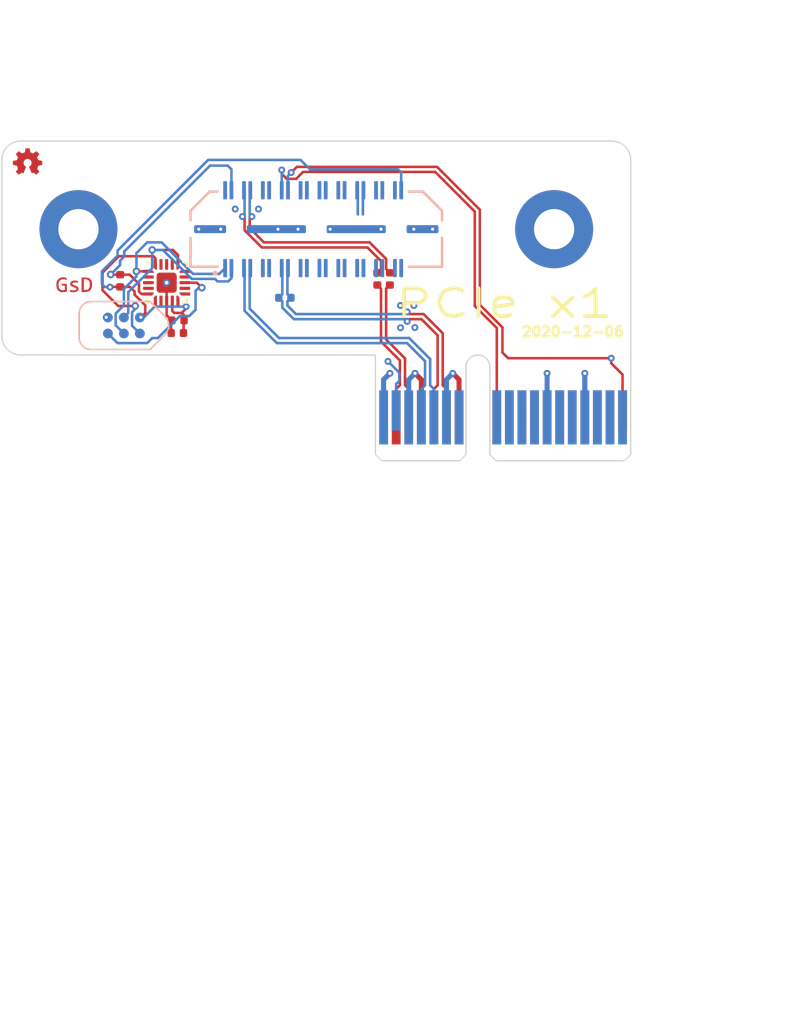
<source format=kicad_pcb>
(kicad_pcb (version 20201116) (generator pcbnew)
  (title_block (title "SYZYGY PCIe x1") (date "2020-12-06") (rev "r1.0") (company "GsD - @gregdavill"))
  (layers (0 "F.Cu" signal) (1 "In1.Cu" power) (2 "In2.Cu" signal) (31 "B.Cu" signal) (34 "B.Paste" user) (35 "F.Paste" user) (36 "B.SilkS" user "B.Silkscreen") (37 "F.SilkS" user "F.Silkscreen") (38 "B.Mask" user) (39 "F.Mask" user) (44 "Edge.Cuts" user))
  (net 0 "")
  (net 1 "GND")
  (net 2 "+3V3")
  (net 3 "/Peripheral MCU/MISO")
  (net 4 "/Peripheral MCU/~RESET")
  (net 5 "/SCL")
  (net 6 "/SDA")
  (net 7 "/RGA")
  (net 8 "/PER0_P")
  (net 9 "/VCCIO")
  (net 10 "/_PER0_P")
  (net 11 "Net-(J1-Pad19)")
  (net 12 "Net-(J1-Pad21)")
  (net 13 "Net-(J1-Pad23)")
  (net 14 "Net-(J1-Pad29)")
  (net 15 "/PET0_P")
  (net 16 "/PET0_N")
  (net 17 "Net-(J1-Pad30)")
  (net 18 "Net-(J1-Pad38)")
  (net 19 "Net-(J1-Pad37)")
  (net 20 "Net-(J1-Pad34)")
  (net 21 "Net-(J1-Pad31)")
  (net 22 "Net-(J1-Pad32)")
  (net 23 "Net-(J1-Pad9)")
  (net 24 "Net-(J1-Pad24)")
  (net 25 "Net-(J1-Pad22)")
  (net 26 "Net-(J1-Pad20)")
  (net 27 "Net-(J1-Pad18)")
  (net 28 "Net-(J1-Pad17)")
  (net 29 "Net-(J1-Pad10)")
  (net 30 "Net-(J1-Pad11)")
  (net 31 "Net-(J1-Pad12)")
  (net 32 "/PRSNT#")
  (net 33 "Net-(U2-Pad2)")
  (net 34 "Net-(U2-Pad3)")
  (net 35 "Net-(U2-Pad4)")
  (net 36 "Net-(U2-Pad11)")
  (net 37 "Net-(U2-Pad12)")
  (net 38 "Net-(U2-Pad14)")
  (net 39 "Net-(U2-Pad15)")
  (net 40 "/PERST#")
  (net 41 "Net-(J1-Pad25)")
  (net 42 "/REFCLK_P")
  (net 43 "/PER0_N")
  (net 44 "/_PER0_N")
  (net 45 "Net-(CN1-PadB1)")
  (net 46 "Net-(CN1-PadB2)")
  (net 47 "Net-(CN1-PadB3)")
  (net 48 "Net-(CN1-PadB5)")
  (net 49 "Net-(CN1-PadB6)")
  (net 50 "Net-(CN1-PadB8)")
  (net 51 "Net-(CN1-PadB9)")
  (net 52 "Net-(CN1-PadB10)")
  (net 53 "Net-(CN1-PadB11)")
  (net 54 "Net-(CN1-PadB12)")
  (net 55 "Net-(CN1-PadA2)")
  (net 56 "Net-(CN1-PadA3)")
  (net 57 "Net-(CN1-PadA5)")
  (net 58 "Net-(CN1-PadA6)")
  (net 59 "Net-(CN1-PadA7)")
  (net 60 "Net-(CN1-PadA8)")
  (net 61 "Net-(CN1-PadA9)")
  (net 62 "Net-(CN1-PadA10)")
  (net 63 "Net-(J1-Pad26)")
  (net 64 "Net-(J1-Pad27)")
  (net 65 "Net-(J1-Pad33)")
  (net 66 "Net-(J1-Pad35)")
  (net 67 "Net-(J1-Pad36)")
  (net 68 "Net-(J1-Pad28)")
  (net 69 "/REFCLK_N")
  (net 70 "+5V")
  (footprint "Package_DFN_QFN:QFN-20-1EP_3x3mm_P0.45mm_EP1.6x1.6mm" (layer "F.Cu") (at 118.1 92.45)
    (fp_text reference "U2" hide)
    (fp_text value "ATtiny44A-MMH" hide)
  )
  (footprint "Resistor_SMD:R_0402_1005Metric" (layer "F.Cu") (at 114.4 92.3 90)
    (fp_text reference "R15" hide)
    (fp_text value "10K" hide)
  )
  (footprint "Capacitor_SMD:C_0402_1005Metric" (layer "F.Cu") (at 119 95.45 180)
    (fp_text reference "C9" hide)
    (fp_text value "0.1uF" hide)
  )
  (footprint "Capacitor_SMD:C_0402_1005Metric" (layer "F.Cu") (at 118.95 96.449999 180)
    (fp_text reference "C10" hide)
    (fp_text value "1uF" hide)
  )
  (footprint "gkl_logos:oshw_small" (layer "F.Cu") (at 107.05 82.85)
    (fp_text reference "G***" hide)
    (fp_text value "LOGO" hide)
  )
  (footprint "Capacitor_SMD:C_0402_1005Metric" (layer "F.Cu") (at 135.85 92.15 -90)
    (fp_text reference "C1" hide)
    (fp_text value "0.1uF" hide)
  )
  (footprint "gkl_logos:gsd_logo_small" (layer "F.Cu") (at 110.75 92.7)
    (fp_text reference "G***" hide)
    (fp_text value "LOGO" hide)
  )
  (footprint "Capacitor_SMD:C_0402_1005Metric" (layer "F.Cu") (at 134.85 92.15 -90)
    (fp_text reference "C6" hide)
    (fp_text value "0.1uF" hide)
  )
  (footprint "pkl_tag_connect:TC2030-NL_SMALL" (layer "B.Cu") (at 114.7 95.85 180)
    (fp_text reference "J3" hide)
    (fp_text value "TagConnect" hide)
  )
  (footprint "gsd-footprints:SYZYGY-TXR-POD" (layer "B.Cu") (at 130 88.2 180)
    (fp_text reference "J1" hide)
    (fp_text value "SYZYGY-TXR-4" hide)
  )
  (footprint "Resistor_SMD:R_0402_1005Metric" (layer "B.Cu") (at 127.5 93.65)
    (fp_text reference "R1" hide)
    (fp_text value "100R" hide)
  )
  (footprint "Connector_PCBEdge:BUS_PCIexpress_x1" (layer "B.Cu") (at 154.35 103.15 180)
    (fp_text reference "CN1" hide)
    (fp_text value "PCIE-x1" hide)
    (fp_line (start 19.65 4.95) (end 19.65 -2.95) (layer "Edge.Cuts") (width 0.1))
    (fp_line (start 12.95 -3.45) (end 19.15 -3.45) (layer "Edge.Cuts") (width 0.1))
    (fp_line (start 19.65 -2.95) (end 19.15 -3.45) (layer "Edge.Cuts") (width 0.1))
    (fp_line (start 12.45 -2.95) (end 12.95 -3.45) (layer "Edge.Cuts") (width 0.1))
    (fp_line (start -0.65 -2.95) (end -0.15 -3.45) (layer "Edge.Cuts") (width 0.1))
    (fp_line (start 12.45 4) (end 12.45 -2.95) (layer "Edge.Cuts") (width 0.1))
    (fp_line (start 10.55 4) (end 10.55 -2.95) (layer "Edge.Cuts") (width 0.1))
    (fp_line (start -0.15 -3.45) (end 10.05 -3.45) (layer "Edge.Cuts") (width 0.1))
    (fp_line (start 10.55 -2.95) (end 10.05 -3.45) (layer "Edge.Cuts") (width 0.1))
    (fp_line (start -0.65 4.95) (end -0.65 -2.95) (layer "Edge.Cuts") (width 0.1))
    (fp_arc (start 11.5 4) (end 12.45 4) (angle 180) (layer "Edge.Cuts") (width 0.1))
  )
  (gr_line (start 106.5 81.2) (end 153.5 81.2) (layer "Edge.Cuts") (width 0.1))
  (gr_line (start 105 96.68934) (end 105 82.7) (layer "Edge.Cuts") (width 0.1))
  (gr_arc (start 106.5 82.7) (end 106.5 81.2) (angle -90) (layer "Edge.Cuts") (width 0.1))
  (gr_arc (start 153.5 82.7) (end 155 82.7) (angle -90) (layer "Edge.Cuts") (width 0.1))
  (gr_line (start 155 82.7) (end 155 98.2) (layer "Edge.Cuts") (width 0.1))
  (gr_line (start 134.7 98.2) (end 106.5 98.18934) (layer "Edge.Cuts") (width 0.1))
  (gr_arc (start 106.5 96.68934) (end 105 96.68934) (angle -90) (layer "Edge.Cuts") (width 0.1))
  (gr_text "2020-12-06\n" (at 150.4 96.35) (layer "F.SilkS") (effects (font (size 0.8 0.8) (thickness 0.2))))
  (gr_text "PCIe x1\n" (at 144.95 94.1) (layer "F.SilkS") (effects (font (size 2.2 2.959) (thickness 0.3))))
  (segment (start 141.35 100.15) (end 141.35 103.15) (width 0.4) (layer "F.Cu") (net 1))
  (segment (start 118.1 93.9) (end 118.1 95.035) (width 0.2) (layer "F.Cu") (net 1))
  (segment (start 118.515 95.45) (end 118.45 95.95) (width 0.2) (layer "F.Cu") (net 1))
  (segment (start 135.35 100.15) (end 135.85 99.65) (width 0.4) (layer "F.Cu") (net 1))
  (segment (start 118.45 95.95) (end 118.465 96.45) (width 0.2) (layer "F.Cu") (net 1))
  (segment (start 151.35 103.15) (end 151.35 99.65) (width 0.4) (layer "F.Cu") (net 1))
  (segment (start 138.35 100.15) (end 138.35 103.15) (width 0.4) (layer "F.Cu") (net 1))
  (segment (start 135.35 103.15) (end 135.35 100.15) (width 0.4) (layer "F.Cu") (net 1))
  (segment (start 118.1 95.035) (end 118.515 95.45) (width 0.2) (layer "F.Cu") (net 1))
  (segment (start 140.85 99.65) (end 141.35 100.15) (width 0.4) (layer "F.Cu") (net 1))
  (segment (start 138.35 100.15) (end 137.85 99.65) (width 0.4) (layer "F.Cu") (net 1))
  (segment (start 118.1 92.45) (end 118.1 93.9) (width 0.2) (layer "F.Cu") (net 1))
  (via (at 118.1 92.45) (size 0.6) (drill 0.3) (layers "F.Cu" "B.Cu") (net 1))
  (via (at 113.3 95.2) (size 0.55) (drill 0.25) (layers "F.Cu" "B.Cu") (net 1))
  (via (at 136.69627 94.262916) (size 0.55) (drill 0.25) (layers "F.Cu" "B.Cu") (net 1))
  (via (at 148.35 99.65) (size 0.55) (drill 0.25) (layers "F.Cu" "B.Cu") (net 1))
  (via (at 135.15 88.2) (size 0.55) (drill 0.25) (layers "F.Cu" "B.Cu") (net 1))
  (via (at 125.4032 86.6) (size 0.55) (drill 0.25) (layers "F.Cu" "B.Cu") (net 1))
  (via (at 137.75693 94.262916) (size 0.55) (drill 0.25) (layers "F.Cu" "B.Cu") (net 1))
  (via (at 135.85 99.65) (size 0.55) (drill 0.25) (layers "F.Cu" "B.Cu") (net 1))
  (via (at 122.4 88.2) (size 0.55) (drill 0.25) (layers "F.Cu" "B.Cu") (net 1))
  (via (at 120.65 88.2) (size 0.55) (drill 0.25) (layers "F.Cu" "B.Cu") (net 1))
  (via (at 131.1 88.2) (size 0.55) (drill 0.25) (layers "F.Cu" "B.Cu") (net 1))
  (via (at 128.55 88.2) (size 0.55) (drill 0.25) (layers "F.Cu" "B.Cu") (net 1))
  (via (at 137.8367 96.0133) (size 0.55) (drill 0.25) (layers "F.Cu" "B.Cu") (net 1))
  (via (at 123.5532 86.6) (size 0.55) (drill 0.25) (layers "F.Cu" "B.Cu") (net 1))
  (via (at 137.75 88.2) (size 0.55) (drill 0.25) (layers "F.Cu" "B.Cu") (net 1))
  (via (at 139.25 88.2) (size 0.55) (drill 0.25) (layers "F.Cu" "B.Cu") (net 1))
  (via (at 140.85 99.65) (size 0.55) (drill 0.25) (layers "F.Cu" "B.Cu") (net 1))
  (via (at 136.69627 96.030683) (size 0.55) (drill 0.25) (layers "F.Cu" "B.Cu") (net 1))
  (via (at 137.85 99.65) (size 0.55) (drill 0.25) (layers "F.Cu" "B.Cu") (net 1))
  (via (at 126.95 88.2) (size 0.55) (drill 0.25) (layers "F.Cu" "B.Cu") (net 1))
  (via (at 151.35 99.65) (size 0.55) (drill 0.25) (layers "F.Cu" "B.Cu") (net 1))
  (segment (start 148.35 103.15) (end 148.35 99.65) (width 0.4) (layer "B.Cu") (net 1))
  (segment (start 137.35 100.15) (end 137.85 99.65) (width 0.4) (layer "B.Cu") (net 1))
  (segment (start 140.35 103.15) (end 140.35 100.15) (width 0.4) (layer "B.Cu") (net 1))
  (segment (start 135.35 103.15) (end 135.35 100.15) (width 0.4) (layer "B.Cu") (net 1))
  (segment (start 151.35 103.15) (end 151.35 99.65) (width 0.4) (layer "B.Cu") (net 1))
  (segment (start 135.35 100.15) (end 135.85 99.65) (width 0.4) (layer "B.Cu") (net 1))
  (segment (start 137.35 103.15) (end 137.35 100.15) (width 0.4) (layer "B.Cu") (net 1))
  (segment (start 140.35 100.15) (end 140.85 99.65) (width 0.4) (layer "B.Cu") (net 1))
  (segment (start 119.5 95.05) (end 119.485 95.45) (width 0.2) (layer "F.Cu") (net 2))
  (segment (start 118.55 93.9) (end 118.55 94.7) (width 0.2) (layer "F.Cu") (net 2))
  (segment (start 116.049999 95.2) (end 116.4 94.85) (width 0.2) (layer "F.Cu") (net 2))
  (segment (start 116.4 94.85) (end 116.4 94.25) (width 0.2) (layer "F.Cu") (net 2))
  (segment (start 115.55 93.4) (end 115.55 93.15) (width 0.2) (layer "F.Cu") (net 2))
  (segment (start 113.614999 92.785) (end 113.6 92.8) (width 0.2) (layer "F.Cu") (net 2))
  (segment (start 119.65 94.5) (end 119.65 94.35) (width 0.2) (layer "F.Cu") (net 2))
  (segment (start 118.55 94.7) (end 118.7 94.85) (width 0.2) (layer "F.Cu") (net 2))
  (segment (start 119.3 94.85) (end 119.5 95.05) (width 0.2) (layer "F.Cu") (net 2))
  (segment (start 119.449999 95.95) (end 119.435 96.45) (width 0.2) (layer "F.Cu") (net 2))
  (segment (start 119.3 94.85) (end 119.65 94.5) (width 0.2) (layer "F.Cu") (net 2))
  (segment (start 116.4 94.25) (end 115.55 93.4) (width 0.2) (layer "F.Cu") (net 2))
  (segment (start 114.4 92.785) (end 113.614999 92.785) (width 0.2) (layer "F.Cu") (net 2))
  (segment (start 119.485 95.45) (end 119.449999 95.95) (width 0.2) (layer "F.Cu") (net 2))
  (segment (start 115.185 92.785) (end 114.4 92.785) (width 0.2) (layer "F.Cu") (net 2))
  (segment (start 115.55 93.15) (end 115.185 92.785) (width 0.2) (layer "F.Cu") (net 2))
  (segment (start 118.7 94.85) (end 119.3 94.85) (width 0.2) (layer "F.Cu") (net 2))
  (via (at 119.65 94.35) (size 0.55) (drill 0.25) (layers "F.Cu" "B.Cu") (net 2))
  (via (at 113.6 92.8) (size 0.55) (drill 0.25) (layers "F.Cu" "B.Cu") (net 2))
  (via (at 116.049999 95.2) (size 0.55) (drill 0.25) (layers "F.Cu" "B.Cu") (net 2))
  (segment (start 117.15 94.35) (end 119.65 94.35) (width 0.2) (layer "B.Cu") (net 2))
  (segment (start 116.285 95.215) (end 117.15 94.35) (width 0.2) (layer "B.Cu") (net 2))
  (segment (start 113.2 92.8) (end 113.6 92.8) (width 0.2) (layer "B.Cu") (net 2))
  (segment (start 136.5 83.45) (end 129.5 83.45) (width 0.2) (layer "B.Cu") (net 2))
  (segment (start 118.15 85.95) (end 121.4 82.7) (width 0.2) (layer "B.Cu") (net 2))
  (segment (start 114.2 89.9) (end 114.2 90.3) (width 0.2) (layer "B.Cu") (net 2))
  (segment (start 115.97 95.215) (end 116.285 95.215) (width 0.2) (layer "B.Cu") (net 2))
  (segment (start 136.75 83.7) (end 136.5 83.45) (width 0.2) (layer "B.Cu") (net 2))
  (segment (start 112.95 92.55) (end 113.2 92.8) (width 0.2) (layer "B.Cu") (net 2))
  (segment (start 128.75 82.7) (end 124.85 82.7) (width 0.2) (layer "B.Cu") (net 2))
  (segment (start 114.2 90.3) (end 112.95 91.55) (width 0.2) (layer "B.Cu") (net 2))
  (segment (start 118.15 85.95) (end 114.2 89.9) (width 0.2) (layer "B.Cu") (net 2))
  (segment (start 129.5 83.45) (end 128.75 82.7) (width 0.2) (layer "B.Cu") (net 2))
  (segment (start 121.4 82.7) (end 124.85 82.7) (width 0.2) (layer "B.Cu") (net 2))
  (segment (start 136.75 85.11) (end 136.75 83.7) (width 0.2) (layer "B.Cu") (net 2))
  (segment (start 112.95 91.55) (end 112.95 92.55) (width 0.2) (layer "B.Cu") (net 2))
  (segment (start 113 93.05) (end 113 91.65) (width 0.2) (layer "F.Cu") (net 3))
  (segment (start 114.25 94.3) (end 113 93.05) (width 0.2) (layer "F.Cu") (net 3))
  (segment (start 114.3 90.35) (end 117.05 90.35) (width 0.2) (layer "F.Cu") (net 3))
  (segment (start 117.05 90.35) (end 117.2 90.5) (width 0.2) (layer "F.Cu") (net 3))
  (segment (start 113 91.65) (end 114.3 90.35) (width 0.2) (layer "F.Cu") (net 3))
  (segment (start 117.2 90.5) (end 117.2 91) (width 0.2) (layer "F.Cu") (net 3))
  (segment (start 115.6 94.3) (end 114.25 94.3) (width 0.2) (layer "F.Cu") (net 3))
  (via (at 115.6 94.3) (size 0.6) (drill 0.3) (layers "F.Cu" "B.Cu") (net 3))
  (segment (start 115.35 94.8) (end 115.350001 95.865) (width 0.2) (layer "B.Cu") (net 3))
  (segment (start 115.6 94.55) (end 115.35 94.8) (width 0.2) (layer "B.Cu") (net 3))
  (segment (start 115.350001 95.865) (end 115.97 96.485) (width 0.2) (layer "B.Cu") (net 3))
  (segment (start 115.6 94.3) (end 115.6 94.55) (width 0.2) (layer "B.Cu") (net 3))
  (segment (start 120.9 92.85) (end 120.5 92.45) (width 0.2) (layer "F.Cu") (net 4))
  (segment (start 120.5 92.45) (end 119.55 92.45) (width 0.2) (layer "F.Cu") (net 4))
  (via (at 120.9 92.85) (size 0.6) (drill 0.3) (layers "F.Cu" "B.Cu") (net 4))
  (segment (start 114.195 97.25) (end 113.430001 96.485) (width 0.2) (layer "B.Cu") (net 4))
  (segment (start 119.9 95.1) (end 119.15 95.1) (width 0.2) (layer "B.Cu") (net 4))
  (segment (start 120.4 94.6) (end 119.9 95.1) (width 0.2) (layer "B.Cu") (net 4))
  (segment (start 116.95 96.850001) (end 116.55 97.25) (width 0.2) (layer "B.Cu") (net 4))
  (segment (start 117.4 96.850001) (end 116.95 96.850001) (width 0.2) (layer "B.Cu") (net 4))
  (segment (start 116.55 97.25) (end 114.195 97.25) (width 0.2) (layer "B.Cu") (net 4))
  (segment (start 120.4 93.1) (end 120.4 94.6) (width 0.2) (layer "B.Cu") (net 4))
  (segment (start 120.9 92.85) (end 120.65 92.85) (width 0.2) (layer "B.Cu") (net 4))
  (segment (start 120.65 92.85) (end 120.4 93.1) (width 0.2) (layer "B.Cu") (net 4))
  (segment (start 119.15 95.1) (end 117.4 96.850001) (width 0.2) (layer "B.Cu") (net 4))
  (segment (start 115.7 91.55) (end 116.65 91.55) (width 0.2) (layer "F.Cu") (net 5))
  (via (at 115.7 91.55) (size 0.6) (drill 0.3) (layers "F.Cu" "B.Cu") (net 5))
  (segment (start 116.55 89.25) (end 117.7 89.25) (width 0.2) (layer "B.Cu") (net 5))
  (segment (start 115.7 90.1) (end 116.55 89.25) (width 0.2) (layer "B.Cu") (net 5))
  (segment (start 115.7 91.55) (end 115.7 90.1) (width 0.2) (layer "B.Cu") (net 5))
  (segment (start 114.7 92.95) (end 115.7 91.95) (width 0.2) (layer "B.Cu") (net 5))
  (segment (start 114.05 94.9) (end 114.7 94.25) (width 0.2) (layer "B.Cu") (net 5))
  (segment (start 114.05 95.835) (end 114.05 94.9) (width 0.2) (layer "B.Cu") (net 5))
  (segment (start 122.29 91.75) (end 122.75 91.29) (width 0.2) (layer "B.Cu") (net 5))
  (segment (start 120.2 91.75) (end 122.29 91.75) (width 0.2) (layer "B.Cu") (net 5))
  (segment (start 114.7 94.25) (end 114.7 92.95) (width 0.2) (layer "B.Cu") (net 5))
  (segment (start 114.7 96.485) (end 114.05 95.835) (width 0.2) (layer "B.Cu") (net 5))
  (segment (start 117.7 89.25) (end 120.2 91.75) (width 0.2) (layer "B.Cu") (net 5))
  (segment (start 115.7 91.95) (end 115.7 91.55) (width 0.2) (layer "B.Cu") (net 5))
  (segment (start 116.95 89.85) (end 118.6 89.85) (width 0.2) (layer "F.Cu") (net 6))
  (segment (start 118.6 89.85) (end 119 90.25) (width 0.2) (layer "F.Cu") (net 6))
  (segment (start 119 90.25) (end 119 91) (width 0.2) (layer "F.Cu") (net 6))
  (via (at 116.95 89.85) (size 0.6) (drill 0.3) (layers "F.Cu" "B.Cu") (net 6))
  (segment (start 116.95 91.3) (end 115.049989 93.200011) (width 0.2) (layer "B.Cu") (net 6))
  (segment (start 123 92.35) (end 122.15 92.35) (width 0.2) (layer "B.Cu") (net 6))
  (segment (start 121.95 92.15) (end 120.1 92.15) (width 0.2) (layer "B.Cu") (net 6))
  (segment (start 116.95 89.85) (end 116.95 91.3) (width 0.2) (layer "B.Cu") (net 6))
  (segment (start 123.25 92.1) (end 123 92.35) (width 0.2) (layer "B.Cu") (net 6))
  (segment (start 117.8 89.85) (end 116.95 89.85) (width 0.2) (layer "B.Cu") (net 6))
  (segment (start 123.25 91.29) (end 123.25 92.1) (width 0.2) (layer "B.Cu") (net 6))
  (segment (start 115.049989 94.865011) (end 114.7 95.215) (width 0.2) (layer "B.Cu") (net 6))
  (segment (start 115.049989 93.200011) (end 115.049989 94.865011) (width 0.2) (layer "B.Cu") (net 6))
  (segment (start 122.15 92.35) (end 121.95 92.15) (width 0.2) (layer "B.Cu") (net 6))
  (segment (start 120.1 92.15) (end 117.8 89.85) (width 0.2) (layer "B.Cu") (net 6))
  (segment (start 113.665 91.815) (end 113.65 91.8) (width 0.2) (layer "F.Cu") (net 7))
  (segment (start 115.899999 92.55) (end 115.164999 91.815) (width 0.2) (layer "F.Cu") (net 7))
  (segment (start 116.65 93.35) (end 116.1 93.35) (width 0.2) (layer "F.Cu") (net 7))
  (segment (start 115.164999 91.815) (end 114.4 91.815) (width 0.2) (layer "F.Cu") (net 7))
  (segment (start 116.1 93.35) (end 115.899999 93.15) (width 0.2) (layer "F.Cu") (net 7))
  (segment (start 115.899999 93.15) (end 115.899999 92.55) (width 0.2) (layer "F.Cu") (net 7))
  (segment (start 114.4 91.815) (end 113.665 91.815) (width 0.2) (layer "F.Cu") (net 7))
  (via (at 113.65 91.8) (size 0.6) (drill 0.3) (layers "F.Cu" "B.Cu") (net 7))
  (segment (start 114.4 90.7) (end 114.725 90.375) (width 0.2) (layer "B.Cu") (net 7))
  (segment (start 122.95 83.15) (end 121.55 83.15) (width 0.2) (layer "B.Cu") (net 7))
  (segment (start 114.725 89.975) (end 118.875 85.825) (width 0.2) (layer "B.Cu") (net 7))
  (segment (start 114.725 90.375) (end 114.725 89.975) (width 0.2) (layer "B.Cu") (net 7))
  (segment (start 113.65 91.8) (end 114.4 91.05) (width 0.2) (layer "B.Cu") (net 7))
  (segment (start 114.4 91.05) (end 114.4 90.7) (width 0.2) (layer "B.Cu") (net 7))
  (segment (start 121.55 83.15) (end 118.875 85.825) (width 0.2) (layer "B.Cu") (net 7))
  (segment (start 123.25 83.45) (end 122.95 83.15) (width 0.2) (layer "B.Cu") (net 7))
  (segment (start 123.25 85.11) (end 123.25 83.45) (width 0.2) (layer "B.Cu") (net 7))
  (segment (start 137.0532 100.6032) (end 137.0532 98.46583) (width 0.2032) (layer "F.Cu") (net 8))
  (segment (start 137.35 103.15) (end 137.35 100.9) (width 0.2032) (layer "F.Cu") (net 8))
  (segment (start 137.35 100.9) (end 137.0532 100.6032) (width 0.2032) (layer "F.Cu") (net 8))
  (segment (start 135.5532 96.96583) (end 135.5532 92.9318) (width 0.2032) (layer "F.Cu") (net 8))
  (segment (start 135.5532 92.9318) (end 135.85 92.635) (width 0.2032) (layer "F.Cu") (net 8))
  (segment (start 137.0532 98.46583) (end 135.5532 96.96583) (width 0.2032) (layer "F.Cu") (net 8))
  (segment (start 135.85 91.665) (end 135.5532 91.3682) (width 0.2032) (layer "F.Cu") (net 10))
  (segment (start 135.5532 90.56583) (end 134.23417 89.2468) (width 0.2032) (layer "F.Cu") (net 10))
  (segment (start 124.7064 87.3734) (end 124.8798 87.2) (width 0.2032) (layer "F.Cu") (net 10))
  (segment (start 134.23417 89.2468) (end 125.83417 89.2468) (width 0.2032) (layer "F.Cu") (net 10))
  (segment (start 135.5532 91.3682) (end 135.5532 90.56583) (width 0.2032) (layer "F.Cu") (net 10))
  (segment (start 125.83417 89.2468) (end 124.7064 88.11903) (width 0.2032) (layer "F.Cu") (net 10))
  (segment (start 124.7064 88.11903) (end 124.7064 87.3734) (width 0.2032) (layer "F.Cu") (net 10))
  (via (at 124.8798 87.2) (size 0.55) (drill 0.25) (layers "F.Cu" "B.Cu") (net 10))
  (segment (start 124.7032 85.1568) (end 124.7032 86.41583) (width 0.2032) (layer "B.Cu") (net 10))
  (segment (start 124.7032 87.0234) (end 124.8798 87.2) (width 0.2) (layer "B.Cu") (net 10))
  (segment (start 124.75 85.11) (end 124.7032 85.1568) (width 0.2032) (layer "B.Cu") (net 10))
  (segment (start 124.7032 86.41583) (end 124.7032 87.0234) (width 0.2) (layer "B.Cu") (net 10))
  (segment (start 124.7032 94.51583) (end 124.7032 91.3368) (width 0.2032) (layer "B.Cu") (net 15))
  (segment (start 139.0532 98.51583) (end 137.38417 96.8468) (width 0.2032) (layer "B.Cu") (net 15))
  (segment (start 139.35 103.15) (end 139.35 100.9) (width 0.2032) (layer "B.Cu") (net 15))
  (segment (start 124.7032 91.3368) (end 124.75 91.29) (width 0.2032) (layer "B.Cu") (net 15))
  (segment (start 139.35 100.9) (end 139.0532 100.6032) (width 0.2032) (layer "B.Cu") (net 15))
  (segment (start 139.0532 100.6032) (end 139.0532 98.51583) (width 0.2032) (layer "B.Cu") (net 15))
  (segment (start 127.03417 96.8468) (end 124.7032 94.51583) (width 0.2032) (layer "B.Cu") (net 15))
  (segment (start 137.38417 96.8468) (end 127.03417 96.8468) (width 0.2032) (layer "B.Cu") (net 15))
  (segment (start 124.2968 94.68417) (end 124.2968 91.3368) (width 0.2032) (layer "B.Cu") (net 16))
  (segment (start 138.35 103.15) (end 138.35 100.9) (width 0.2032) (layer "B.Cu") (net 16))
  (segment (start 124.2968 91.3368) (end 124.25 91.29) (width 0.2032) (layer "B.Cu") (net 16))
  (segment (start 126.86583 97.2532) (end 124.2968 94.68417) (width 0.2032) (layer "B.Cu") (net 16))
  (segment (start 138.6468 100.6032) (end 138.6468 98.68417) (width 0.2032) (layer "B.Cu") (net 16))
  (segment (start 137.21583 97.2532) (end 126.86583 97.2532) (width 0.2032) (layer "B.Cu") (net 16))
  (segment (start 138.35 100.9) (end 138.6468 100.6032) (width 0.2032) (layer "B.Cu") (net 16))
  (segment (start 138.6468 98.68417) (end 137.21583 97.2532) (width 0.2032) (layer "B.Cu") (net 16))
  (segment (start 133.2968 87.0266) (end 133.2968 85.1568) (width 0.2032) (layer "B.Cu") (net 17))
  (segment (start 133.7032 87.0266) (end 133.7032 85.1568) (width 0.2032) (layer "B.Cu") (net 22))
  (segment (start 144.8 96) (end 143 94.2) (width 0.2) (layer "F.Cu") (net 32))
  (segment (start 154.35 99.75) (end 153.45 98.85) (width 0.2) (layer "F.Cu") (net 32))
  (segment (start 154.35 102.6) (end 154.35 99.75) (width 0.2) (layer "F.Cu") (net 32))
  (segment (start 128.45 83.25) (end 128 83.7) (width 0.2) (layer "F.Cu") (net 32))
  (segment (start 145.25 98.45) (end 144.8 98) (width 0.2) (layer "F.Cu") (net 32))
  (segment (start 139.6 83.25) (end 128.45 83.25) (width 0.2) (layer "F.Cu") (net 32))
  (segment (start 143 94.2) (end 143 86.65) (width 0.2) (layer "F.Cu") (net 32))
  (segment (start 153.45 98.85) (end 153.45 98.45) (width 0.2) (layer "F.Cu") (net 32))
  (segment (start 144.8 98) (end 144.8 96) (width 0.2) (layer "F.Cu") (net 32))
  (segment (start 148.5 98.45) (end 145.25 98.45) (width 0.2) (layer "F.Cu") (net 32))
  (segment (start 148.5 98.45) (end 153.45 98.45) (width 0.2) (layer "F.Cu") (net 32))
  (segment (start 143 86.65) (end 139.6 83.25) (width 0.2) (layer "F.Cu") (net 32))
  (via (at 153.45 98.45) (size 0.55) (drill 0.25) (layers "F.Cu" "B.Cu") (net 32))
  (via (at 135.7 98.7) (size 0.55) (drill 0.25) (layers "F.Cu" "B.Cu") (net 32))
  (via (at 128 83.7) (size 0.55) (drill 0.25) (layers "F.Cu" "B.Cu") (net 32))
  (segment (start 128 83.7) (end 127.75 83.95) (width 0.2) (layer "B.Cu") (net 32))
  (segment (start 136.35 100.5) (end 136.35 102.6) (width 0.2) (layer "B.Cu") (net 32))
  (segment (start 127.75 83.95) (end 127.75 85.11) (width 0.2) (layer "B.Cu") (net 32))
  (segment (start 135.7 98.7) (end 136.6 99.6) (width 0.2) (layer "B.Cu") (net 32))
  (segment (start 136.6 99.6) (end 136.6 100.25) (width 0.2) (layer "B.Cu") (net 32))
  (segment (start 136.6 100.25) (end 136.35 100.5) (width 0.2) (layer "B.Cu") (net 32))
  (segment (start 127.25 83.5) (end 127.25 83.8) (width 0.2) (layer "F.Cu") (net 40))
  (segment (start 144.35 99.4) (end 144.35 103.15) (width 0.2) (layer "F.Cu") (net 40))
  (segment (start 128.95 83.65) (end 139.45 83.65) (width 0.2) (layer "F.Cu") (net 40))
  (segment (start 142.6 94.3) (end 143.825 95.525) (width 0.2) (layer "F.Cu") (net 40))
  (segment (start 144.35 98.75) (end 144.35 96.05) (width 0.2) (layer "F.Cu") (net 40))
  (segment (start 127.25 83.8) (end 127.65 84.2) (width 0.2) (layer "F.Cu") (net 40))
  (segment (start 139.45 83.65) (end 142.6 86.8) (width 0.2) (layer "F.Cu") (net 40))
  (segment (start 142.6 86.8) (end 142.6 94.3) (width 0.2) (layer "F.Cu") (net 40))
  (segment (start 144.35 96.05) (end 143.825 95.525) (width 0.2) (layer "F.Cu") (net 40))
  (segment (start 144.35 98.75) (end 144.35 99.4) (width 0.2) (layer "F.Cu") (net 40))
  (segment (start 127.65 84.2) (end 128.4 84.2) (width 0.2) (layer "F.Cu") (net 40))
  (segment (start 128.4 84.2) (end 128.95 83.65) (width 0.2) (layer "F.Cu") (net 40))
  (via (at 127.25 83.5) (size 0.55) (drill 0.25) (layers "F.Cu" "B.Cu") (net 40))
  (segment (start 127.25 85.11) (end 127.25 83.5) (width 0.2) (layer "B.Cu") (net 40))
  (segment (start 137.400001 94.943599) (end 137.2266 94.770198) (width 0.2032) (layer "F.Cu") (net 42))
  (segment (start 140.35 100.9) (end 140.0532 100.6032) (width 0.2032) (layer "F.Cu") (net 42))
  (segment (start 140.35 103.15) (end 140.35 100.9) (width 0.2032) (layer "F.Cu") (net 42))
  (segment (start 137.4 94.943599) (end 137.2266 94.770198) (width 0.2032) (layer "F.Cu") (net 42))
  (segment (start 138.530969 94.943599) (end 137.400001 94.943599) (width 0.2032) (layer "F.Cu") (net 42))
  (segment (start 140.0532 96.46583) (end 138.530969 94.943599) (width 0.2032) (layer "F.Cu") (net 42))
  (segment (start 140.0532 100.6032) (end 140.0532 96.46583) (width 0.2032) (layer "F.Cu") (net 42))
  (via (at 137.2266 94.770198) (size 0.55) (drill 0.25) (layers "F.Cu" "B.Cu") (net 42))
  (segment (start 128.380969 94.943599) (end 127.7032 94.26583) (width 0.2032) (layer "B.Cu") (net 42))
  (segment (start 127.75 91.29) (end 127.7032 91.3368) (width 0.2032) (layer "B.Cu") (net 42))
  (segment (start 137.2266 94.770198) (end 137.0532 94.943599) (width 0.2032) (layer "B.Cu") (net 42))
  (segment (start 127.7032 91.3368) (end 127.7032 93.3682) (width 0.2032) (layer "B.Cu") (net 42))
  (segment (start 127.7032 93.9318) (end 127.985 93.65) (width 0.2032) (layer "B.Cu") (net 42))
  (segment (start 127.7032 94.26583) (end 127.7032 93.9318) (width 0.2032) (layer "B.Cu") (net 42))
  (segment (start 137.053199 94.943599) (end 128.380969 94.943599) (width 0.2032) (layer "B.Cu") (net 42))
  (segment (start 137.053199 94.943599) (end 137.2266 94.770198) (width 0.2032) (layer "B.Cu") (net 42))
  (segment (start 127.7032 93.3682) (end 127.985 93.65) (width 0.2032) (layer "B.Cu") (net 42))
  (segment (start 136.6468 100.6032) (end 136.6468 98.63417) (width 0.2032) (layer "F.Cu") (net 43))
  (segment (start 136.6468 98.63417) (end 135.1468 97.13417) (width 0.2032) (layer "F.Cu") (net 43))
  (segment (start 135.1468 92.9318) (end 134.85 92.635) (width 0.2032) (layer "F.Cu") (net 43))
  (segment (start 135.1468 97.13417) (end 135.1468 92.9318) (width 0.2032) (layer "F.Cu") (net 43))
  (segment (start 136.35 100.9) (end 136.6468 100.6032) (width 0.2032) (layer "F.Cu") (net 43))
  (segment (start 136.35 103.15) (end 136.35 100.9) (width 0.2032) (layer "F.Cu") (net 43))
  (segment (start 124.3 88.28737) (end 124.3 87.3734) (width 0.2032) (layer "F.Cu") (net 44))
  (segment (start 124.3 87.3734) (end 124.1266 87.2) (width 0.2032) (layer "F.Cu") (net 44))
  (segment (start 125.66583 89.6532) (end 124.3 88.28737) (width 0.2032) (layer "F.Cu") (net 44))
  (segment (start 135.1468 91.3682) (end 135.1468 90.73417) (width 0.2032) (layer "F.Cu") (net 44))
  (segment (start 134.06583 89.6532) (end 125.66583 89.6532) (width 0.2032) (layer "F.Cu") (net 44))
  (segment (start 135.1468 90.73417) (end 134.06583 89.6532) (width 0.2032) (layer "F.Cu") (net 44))
  (segment (start 134.85 91.665) (end 135.1468 91.3682) (width 0.2032) (layer "F.Cu") (net 44))
  (via (at 124.1266 87.2) (size 0.55) (drill 0.25) (layers "F.Cu" "B.Cu") (net 44))
  (segment (start 124.2968 85.1568) (end 124.2968 86.58417) (width 0.2032) (layer "B.Cu") (net 44))
  (segment (start 124.25 85.11) (end 124.2968 85.1568) (width 0.2032) (layer "B.Cu") (net 44))
  (segment (start 124.2968 86.58417) (end 124.2968 87.0298) (width 0.2) (layer "B.Cu") (net 44))
  (segment (start 124.2968 87.0298) (end 124.1266 87.2) (width 0.2) (layer "B.Cu") (net 44))
  (segment (start 137.4 95.35) (end 137.2266 95.5234) (width 0.2032) (layer "F.Cu") (net 69))
  (segment (start 138.362629 95.349999) (end 137.400001 95.349999) (width 0.2032) (layer "F.Cu") (net 69))
  (segment (start 139.6468 100.6032) (end 139.6468 96.63417) (width 0.2032) (layer "F.Cu") (net 69))
  (segment (start 139.35 100.9) (end 139.6468 100.6032) (width 0.2032) (layer "F.Cu") (net 69))
  (segment (start 137.400001 95.349999) (end 137.2266 95.5234) (width 0.2032) (layer "F.Cu") (net 69))
  (segment (start 139.6468 96.63417) (end 138.362629 95.349999) (width 0.2032) (layer "F.Cu") (net 69))
  (segment (start 139.35 103.15) (end 139.35 100.9) (width 0.2032) (layer "F.Cu") (net 69))
  (via (at 137.2266 95.5234) (size 0.55) (drill 0.25) (layers "F.Cu" "B.Cu") (net 69))
  (segment (start 127.2968 91.3368) (end 127.2968 93.3682) (width 0.2032) (layer "B.Cu") (net 69))
  (segment (start 137.053199 95.349999) (end 137.2266 95.5234) (width 0.2032) (layer "B.Cu") (net 69))
  (segment (start 137.2266 95.5234) (end 137.0532 95.35) (width 0.2032) (layer "B.Cu") (net 69))
  (segment (start 127.2968 93.9318) (end 127.015 93.65) (width 0.2032) (layer "B.Cu") (net 69))
  (segment (start 127.2968 94.43417) (end 127.2968 93.9318) (width 0.2032) (layer "B.Cu") (net 69))
  (segment (start 137.053199 95.349999) (end 128.212629 95.349999) (width 0.2032) (layer "B.Cu") (net 69))
  (segment (start 127.2968 93.3682) (end 127.015 93.65) (width 0.2032) (layer "B.Cu") (net 69))
  (segment (start 127.25 91.29) (end 127.2968 91.3368) (width 0.2032) (layer "B.Cu") (net 69))
  (segment (start 128.212629 95.349999) (end 127.2968 94.43417) (width 0.2032) (layer "B.Cu") (net 69))
)
</source>
